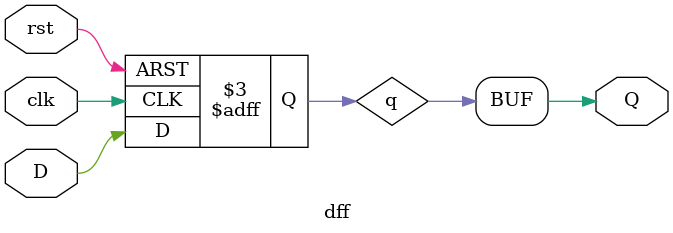
<source format=v>
`timescale 1ns / 1ps


module dff(
    input D,
    input clk,
    input rst,
    output Q
    );
	
reg q;
assign Q = q;
always @ (posedge(clk), posedge(rst))
begin
    if (rst == 1) begin
        q <= 1'b0;
    end
	else begin
		q <= D;
	end
end

endmodule
</source>
